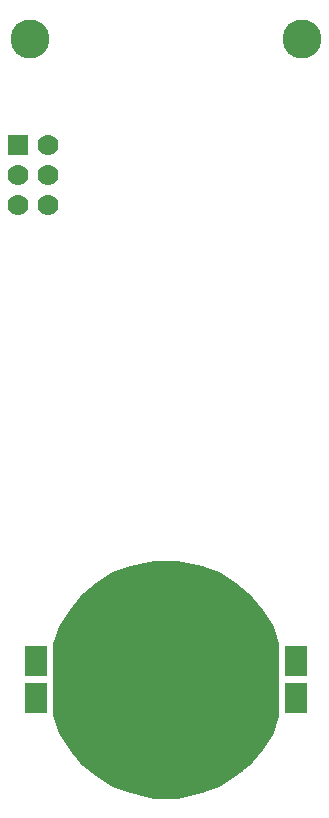
<source format=gbs>
G75*
%MOIN*%
%OFA0B0*%
%FSLAX25Y25*%
%IPPOS*%
%LPD*%
%AMOC8*
5,1,8,0,0,1.08239X$1,22.5*
%
%ADD10C,0.12998*%
%ADD11R,0.07400X0.10400*%
%ADD12C,0.31896*%
%ADD13C,0.00500*%
%ADD14R,0.07000X0.07000*%
%ADD15C,0.07000*%
D10*
X0015660Y0263611D03*
X0106211Y0263611D03*
D11*
X0017629Y0043926D03*
X0017629Y0056131D03*
X0104243Y0056131D03*
X0104243Y0043926D03*
D12*
X0060936Y0050028D03*
D13*
X0098337Y0050028D01*
X0098337Y0038217D01*
X0096369Y0032312D01*
X0092432Y0026406D01*
X0088889Y0022076D01*
X0084558Y0018532D01*
X0078652Y0014595D01*
X0072747Y0012627D01*
X0064873Y0010658D01*
X0060936Y0010658D01*
X0060936Y0050028D01*
X0023534Y0050028D01*
X0023534Y0061839D01*
X0025503Y0067745D01*
X0029440Y0073650D01*
X0032983Y0077981D01*
X0037314Y0081524D01*
X0043219Y0085461D01*
X0049125Y0087430D01*
X0056999Y0089398D01*
X0060936Y0089398D01*
X0060936Y0050028D01*
X0060936Y0010658D01*
X0056999Y0010658D01*
X0049125Y0012627D01*
X0043219Y0014595D01*
X0037314Y0018532D01*
X0032983Y0022076D01*
X0029440Y0026406D01*
X0025503Y0032312D01*
X0023534Y0038217D01*
X0023534Y0050028D01*
X0060936Y0050028D01*
X0060936Y0089398D01*
X0064873Y0089398D01*
X0072747Y0087430D01*
X0078652Y0085461D01*
X0084558Y0081524D01*
X0088889Y0077981D01*
X0092432Y0073650D01*
X0096369Y0067745D01*
X0098337Y0061839D01*
X0098337Y0050028D01*
X0060936Y0050028D01*
X0060936Y0050156D02*
X0023534Y0050156D01*
X0023534Y0050654D02*
X0060936Y0050654D01*
X0098337Y0050654D01*
X0098337Y0050156D02*
X0060936Y0050156D01*
X0060936Y0049657D02*
X0098337Y0049657D01*
X0098337Y0049159D02*
X0060936Y0049159D01*
X0023534Y0049159D01*
X0023534Y0049657D02*
X0060936Y0049657D01*
X0060936Y0048660D02*
X0098337Y0048660D01*
X0098337Y0048162D02*
X0060936Y0048162D01*
X0023534Y0048162D01*
X0023534Y0048660D02*
X0060936Y0048660D01*
X0060936Y0047663D02*
X0098337Y0047663D01*
X0098337Y0047165D02*
X0060936Y0047165D01*
X0023534Y0047165D01*
X0023534Y0047663D02*
X0060936Y0047663D01*
X0060936Y0046666D02*
X0098337Y0046666D01*
X0098337Y0046168D02*
X0060936Y0046168D01*
X0023534Y0046168D01*
X0023534Y0046666D02*
X0060936Y0046666D01*
X0060936Y0045669D02*
X0098337Y0045669D01*
X0098337Y0045170D02*
X0060936Y0045170D01*
X0023534Y0045170D01*
X0023534Y0044672D02*
X0060936Y0044672D01*
X0098337Y0044672D01*
X0098337Y0044173D02*
X0060936Y0044173D01*
X0023534Y0044173D01*
X0023534Y0043675D02*
X0060936Y0043675D01*
X0098337Y0043675D01*
X0098337Y0043176D02*
X0060936Y0043176D01*
X0023534Y0043176D01*
X0023534Y0042678D02*
X0060936Y0042678D01*
X0098337Y0042678D01*
X0098337Y0042179D02*
X0060936Y0042179D01*
X0023534Y0042179D01*
X0023534Y0041681D02*
X0060936Y0041681D01*
X0098337Y0041681D01*
X0098337Y0041182D02*
X0060936Y0041182D01*
X0023534Y0041182D01*
X0023534Y0040684D02*
X0060936Y0040684D01*
X0098337Y0040684D01*
X0098337Y0040185D02*
X0060936Y0040185D01*
X0023534Y0040185D01*
X0023534Y0039687D02*
X0060936Y0039687D01*
X0098337Y0039687D01*
X0098337Y0039188D02*
X0060936Y0039188D01*
X0023534Y0039188D01*
X0023534Y0038690D02*
X0060936Y0038690D01*
X0098337Y0038690D01*
X0098329Y0038191D02*
X0060936Y0038191D01*
X0023543Y0038191D01*
X0023709Y0037693D02*
X0060936Y0037693D01*
X0098163Y0037693D01*
X0097996Y0037194D02*
X0060936Y0037194D01*
X0023875Y0037194D01*
X0024041Y0036696D02*
X0060936Y0036696D01*
X0097830Y0036696D01*
X0097664Y0036197D02*
X0060936Y0036197D01*
X0024208Y0036197D01*
X0024374Y0035699D02*
X0060936Y0035699D01*
X0097498Y0035699D01*
X0097332Y0035200D02*
X0060936Y0035200D01*
X0024540Y0035200D01*
X0024706Y0034702D02*
X0060936Y0034702D01*
X0097166Y0034702D01*
X0096999Y0034203D02*
X0060936Y0034203D01*
X0024872Y0034203D01*
X0025038Y0033705D02*
X0060936Y0033705D01*
X0096833Y0033705D01*
X0096667Y0033206D02*
X0060936Y0033206D01*
X0025205Y0033206D01*
X0025371Y0032708D02*
X0060936Y0032708D01*
X0096501Y0032708D01*
X0096301Y0032209D02*
X0060936Y0032209D01*
X0025571Y0032209D01*
X0025904Y0031711D02*
X0060936Y0031711D01*
X0095968Y0031711D01*
X0095636Y0031212D02*
X0060936Y0031212D01*
X0026236Y0031212D01*
X0026568Y0030714D02*
X0060936Y0030714D01*
X0095303Y0030714D01*
X0094971Y0030215D02*
X0060936Y0030215D01*
X0026901Y0030215D01*
X0027233Y0029717D02*
X0060936Y0029717D01*
X0094639Y0029717D01*
X0094306Y0029218D02*
X0060936Y0029218D01*
X0027565Y0029218D01*
X0027898Y0028720D02*
X0060936Y0028720D01*
X0093974Y0028720D01*
X0093642Y0028221D02*
X0060936Y0028221D01*
X0028230Y0028221D01*
X0028562Y0027723D02*
X0060936Y0027723D01*
X0093309Y0027723D01*
X0092977Y0027224D02*
X0060936Y0027224D01*
X0028895Y0027224D01*
X0029227Y0026726D02*
X0060936Y0026726D01*
X0092645Y0026726D01*
X0092285Y0026227D02*
X0060936Y0026227D01*
X0029586Y0026227D01*
X0029994Y0025729D02*
X0060936Y0025729D01*
X0091877Y0025729D01*
X0091470Y0025230D02*
X0060936Y0025230D01*
X0030402Y0025230D01*
X0030810Y0024732D02*
X0060936Y0024732D01*
X0091062Y0024732D01*
X0090654Y0024233D02*
X0060936Y0024233D01*
X0031218Y0024233D01*
X0031626Y0023734D02*
X0060936Y0023734D01*
X0090246Y0023734D01*
X0089838Y0023236D02*
X0060936Y0023236D01*
X0032034Y0023236D01*
X0032442Y0022737D02*
X0060936Y0022737D01*
X0089430Y0022737D01*
X0089022Y0022239D02*
X0060936Y0022239D01*
X0032849Y0022239D01*
X0033393Y0021740D02*
X0060936Y0021740D01*
X0088479Y0021740D01*
X0087870Y0021242D02*
X0060936Y0021242D01*
X0034002Y0021242D01*
X0034611Y0020743D02*
X0060936Y0020743D01*
X0087260Y0020743D01*
X0086651Y0020245D02*
X0060936Y0020245D01*
X0035221Y0020245D01*
X0035830Y0019746D02*
X0060936Y0019746D01*
X0086042Y0019746D01*
X0085433Y0019248D02*
X0060936Y0019248D01*
X0036439Y0019248D01*
X0037048Y0018749D02*
X0060936Y0018749D01*
X0084823Y0018749D01*
X0084136Y0018251D02*
X0060936Y0018251D01*
X0037736Y0018251D01*
X0038484Y0017752D02*
X0060936Y0017752D01*
X0083388Y0017752D01*
X0082640Y0017254D02*
X0060936Y0017254D01*
X0039231Y0017254D01*
X0039979Y0016755D02*
X0060936Y0016755D01*
X0081892Y0016755D01*
X0081145Y0016257D02*
X0060936Y0016257D01*
X0040727Y0016257D01*
X0041475Y0015758D02*
X0060936Y0015758D01*
X0080397Y0015758D01*
X0079649Y0015260D02*
X0060936Y0015260D01*
X0042223Y0015260D01*
X0042970Y0014761D02*
X0060936Y0014761D01*
X0078901Y0014761D01*
X0077655Y0014263D02*
X0060936Y0014263D01*
X0044217Y0014263D01*
X0045712Y0013764D02*
X0060936Y0013764D01*
X0076159Y0013764D01*
X0074664Y0013266D02*
X0060936Y0013266D01*
X0047208Y0013266D01*
X0048703Y0012767D02*
X0060936Y0012767D01*
X0073168Y0012767D01*
X0071315Y0012269D02*
X0060936Y0012269D01*
X0050557Y0012269D01*
X0052551Y0011770D02*
X0060936Y0011770D01*
X0069321Y0011770D01*
X0067327Y0011272D02*
X0060936Y0011272D01*
X0054545Y0011272D01*
X0056539Y0010773D02*
X0060936Y0010773D01*
X0065333Y0010773D01*
X0060936Y0045669D02*
X0023534Y0045669D01*
X0023534Y0051153D02*
X0060936Y0051153D01*
X0098337Y0051153D01*
X0098337Y0051651D02*
X0060936Y0051651D01*
X0023534Y0051651D01*
X0023534Y0052150D02*
X0060936Y0052150D01*
X0098337Y0052150D01*
X0098337Y0052648D02*
X0060936Y0052648D01*
X0023534Y0052648D01*
X0023534Y0053147D02*
X0060936Y0053147D01*
X0098337Y0053147D01*
X0098337Y0053645D02*
X0060936Y0053645D01*
X0023534Y0053645D01*
X0023534Y0054144D02*
X0060936Y0054144D01*
X0098337Y0054144D01*
X0098337Y0054642D02*
X0060936Y0054642D01*
X0023534Y0054642D01*
X0023534Y0055141D02*
X0060936Y0055141D01*
X0098337Y0055141D01*
X0098337Y0055639D02*
X0060936Y0055639D01*
X0023534Y0055639D01*
X0023534Y0056138D02*
X0060936Y0056138D01*
X0098337Y0056138D01*
X0098337Y0056636D02*
X0060936Y0056636D01*
X0023534Y0056636D01*
X0023534Y0057135D02*
X0060936Y0057135D01*
X0098337Y0057135D01*
X0098337Y0057633D02*
X0060936Y0057633D01*
X0023534Y0057633D01*
X0023534Y0058132D02*
X0060936Y0058132D01*
X0098337Y0058132D01*
X0098337Y0058630D02*
X0060936Y0058630D01*
X0023534Y0058630D01*
X0023534Y0059129D02*
X0060936Y0059129D01*
X0098337Y0059129D01*
X0098337Y0059627D02*
X0060936Y0059627D01*
X0023534Y0059627D01*
X0023534Y0060126D02*
X0060936Y0060126D01*
X0098337Y0060126D01*
X0098337Y0060624D02*
X0060936Y0060624D01*
X0023534Y0060624D01*
X0023534Y0061123D02*
X0060936Y0061123D01*
X0098337Y0061123D01*
X0098337Y0061621D02*
X0060936Y0061621D01*
X0023534Y0061621D01*
X0023628Y0062120D02*
X0060936Y0062120D01*
X0098244Y0062120D01*
X0098078Y0062618D02*
X0060936Y0062618D01*
X0023794Y0062618D01*
X0023960Y0063117D02*
X0060936Y0063117D01*
X0097912Y0063117D01*
X0097745Y0063615D02*
X0060936Y0063615D01*
X0024126Y0063615D01*
X0024292Y0064114D02*
X0060936Y0064114D01*
X0097579Y0064114D01*
X0097413Y0064612D02*
X0060936Y0064612D01*
X0024459Y0064612D01*
X0024625Y0065111D02*
X0060936Y0065111D01*
X0097247Y0065111D01*
X0097081Y0065609D02*
X0060936Y0065609D01*
X0024791Y0065609D01*
X0024957Y0066108D02*
X0060936Y0066108D01*
X0096915Y0066108D01*
X0096748Y0066606D02*
X0060936Y0066606D01*
X0025123Y0066606D01*
X0025289Y0067105D02*
X0060936Y0067105D01*
X0096582Y0067105D01*
X0096416Y0067603D02*
X0060936Y0067603D01*
X0025456Y0067603D01*
X0025741Y0068102D02*
X0060936Y0068102D01*
X0096131Y0068102D01*
X0095798Y0068601D02*
X0060936Y0068601D01*
X0026073Y0068601D01*
X0026406Y0069099D02*
X0060936Y0069099D01*
X0095466Y0069099D01*
X0095134Y0069598D02*
X0060936Y0069598D01*
X0026738Y0069598D01*
X0027070Y0070096D02*
X0060936Y0070096D01*
X0094801Y0070096D01*
X0094469Y0070595D02*
X0060936Y0070595D01*
X0027403Y0070595D01*
X0027735Y0071093D02*
X0060936Y0071093D01*
X0094137Y0071093D01*
X0093804Y0071592D02*
X0060936Y0071592D01*
X0028067Y0071592D01*
X0028400Y0072090D02*
X0060936Y0072090D01*
X0093472Y0072090D01*
X0093140Y0072589D02*
X0060936Y0072589D01*
X0028732Y0072589D01*
X0029064Y0073087D02*
X0060936Y0073087D01*
X0092807Y0073087D01*
X0092475Y0073586D02*
X0060936Y0073586D01*
X0029397Y0073586D01*
X0029795Y0074084D02*
X0060936Y0074084D01*
X0092077Y0074084D01*
X0091669Y0074583D02*
X0060936Y0074583D01*
X0030203Y0074583D01*
X0030610Y0075081D02*
X0060936Y0075081D01*
X0091261Y0075081D01*
X0090853Y0075580D02*
X0060936Y0075580D01*
X0031018Y0075580D01*
X0031426Y0076078D02*
X0060936Y0076078D01*
X0090446Y0076078D01*
X0090038Y0076577D02*
X0060936Y0076577D01*
X0031834Y0076577D01*
X0032242Y0077075D02*
X0060936Y0077075D01*
X0089630Y0077075D01*
X0089222Y0077574D02*
X0060936Y0077574D01*
X0032650Y0077574D01*
X0033094Y0078072D02*
X0060936Y0078072D01*
X0088777Y0078072D01*
X0088168Y0078571D02*
X0060936Y0078571D01*
X0033704Y0078571D01*
X0034313Y0079069D02*
X0060936Y0079069D01*
X0087559Y0079069D01*
X0086949Y0079568D02*
X0060936Y0079568D01*
X0034922Y0079568D01*
X0035532Y0080066D02*
X0060936Y0080066D01*
X0086340Y0080066D01*
X0085731Y0080565D02*
X0060936Y0080565D01*
X0036141Y0080565D01*
X0036750Y0081063D02*
X0060936Y0081063D01*
X0085121Y0081063D01*
X0084502Y0081562D02*
X0060936Y0081562D01*
X0037370Y0081562D01*
X0038118Y0082060D02*
X0060936Y0082060D01*
X0083754Y0082060D01*
X0083006Y0082559D02*
X0060936Y0082559D01*
X0038865Y0082559D01*
X0039613Y0083057D02*
X0060936Y0083057D01*
X0082258Y0083057D01*
X0081511Y0083556D02*
X0060936Y0083556D01*
X0040361Y0083556D01*
X0041109Y0084054D02*
X0060936Y0084054D01*
X0080763Y0084054D01*
X0080015Y0084553D02*
X0060936Y0084553D01*
X0041857Y0084553D01*
X0042604Y0085051D02*
X0060936Y0085051D01*
X0079267Y0085051D01*
X0078387Y0085550D02*
X0060936Y0085550D01*
X0043485Y0085550D01*
X0044980Y0086048D02*
X0060936Y0086048D01*
X0076891Y0086048D01*
X0075396Y0086547D02*
X0060936Y0086547D01*
X0046476Y0086547D01*
X0047971Y0087045D02*
X0060936Y0087045D01*
X0073900Y0087045D01*
X0072291Y0087544D02*
X0060936Y0087544D01*
X0049581Y0087544D01*
X0051575Y0088042D02*
X0060936Y0088042D01*
X0070297Y0088042D01*
X0068303Y0088541D02*
X0060936Y0088541D01*
X0053569Y0088541D01*
X0055563Y0089039D02*
X0060936Y0089039D01*
X0066309Y0089039D01*
D14*
X0011645Y0228335D03*
D15*
X0011645Y0218335D03*
X0011645Y0208335D03*
X0021645Y0208335D03*
X0021645Y0218335D03*
X0021645Y0228335D03*
M02*

</source>
